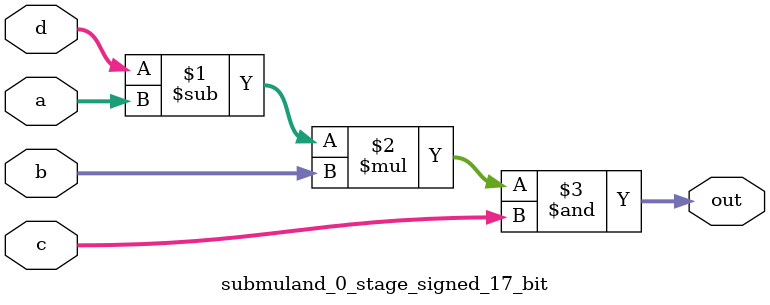
<source format=sv>
(* use_dsp = "yes" *) module submuland_0_stage_signed_17_bit(
	input signed [16:0] a,
	input signed [16:0] b,
	input signed [16:0] c,
	input signed [16:0] d,
	output [16:0] out
	);

	assign out = ((d - a) * b) & c;
endmodule

</source>
